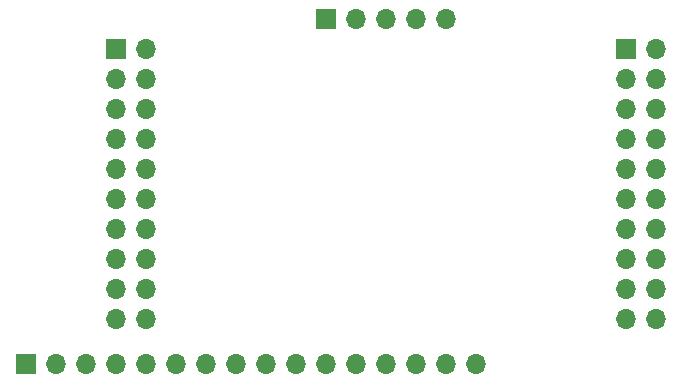
<source format=gbr>
G04 #@! TF.GenerationSoftware,KiCad,Pcbnew,5.1.10*
G04 #@! TF.CreationDate,2021-08-11T21:54:59-06:00*
G04 #@! TF.ProjectId,Speedometer-Top,53706565-646f-46d6-9574-65722d546f70,rev?*
G04 #@! TF.SameCoordinates,Original*
G04 #@! TF.FileFunction,Soldermask,Bot*
G04 #@! TF.FilePolarity,Negative*
%FSLAX46Y46*%
G04 Gerber Fmt 4.6, Leading zero omitted, Abs format (unit mm)*
G04 Created by KiCad (PCBNEW 5.1.10) date 2021-08-11 21:54:59*
%MOMM*%
%LPD*%
G01*
G04 APERTURE LIST*
%ADD10O,1.700000X1.700000*%
%ADD11R,1.700000X1.700000*%
G04 APERTURE END LIST*
D10*
G04 #@! TO.C,U2*
X53340000Y-17780000D03*
X50800000Y-17780000D03*
X48260000Y-17780000D03*
X45720000Y-17780000D03*
D11*
X43180000Y-17780000D03*
G04 #@! TD*
D10*
G04 #@! TO.C,J1*
X27940000Y-43180000D03*
X25400000Y-43180000D03*
X27940000Y-40640000D03*
X25400000Y-40640000D03*
X27940000Y-38100000D03*
X25400000Y-38100000D03*
X27940000Y-35560000D03*
X25400000Y-35560000D03*
X27940000Y-33020000D03*
X25400000Y-33020000D03*
X27940000Y-30480000D03*
X25400000Y-30480000D03*
X27940000Y-27940000D03*
X25400000Y-27940000D03*
X27940000Y-25400000D03*
X25400000Y-25400000D03*
X27940000Y-22860000D03*
X25400000Y-22860000D03*
X27940000Y-20320000D03*
D11*
X25400000Y-20320000D03*
G04 #@! TD*
D10*
G04 #@! TO.C,U1*
X55880000Y-46990000D03*
X53340000Y-46990000D03*
X50800000Y-46990000D03*
X48260000Y-46990000D03*
X45720000Y-46990000D03*
X43180000Y-46990000D03*
X40640000Y-46990000D03*
X38100000Y-46990000D03*
X35560000Y-46990000D03*
X33020000Y-46990000D03*
X30480000Y-46990000D03*
X27940000Y-46990000D03*
X25400000Y-46990000D03*
X22860000Y-46990000D03*
X20320000Y-46990000D03*
D11*
X17780000Y-46990000D03*
G04 #@! TD*
D10*
G04 #@! TO.C,J2*
X71120000Y-43180000D03*
X68580000Y-43180000D03*
X71120000Y-40640000D03*
X68580000Y-40640000D03*
X71120000Y-38100000D03*
X68580000Y-38100000D03*
X71120000Y-35560000D03*
X68580000Y-35560000D03*
X71120000Y-33020000D03*
X68580000Y-33020000D03*
X71120000Y-30480000D03*
X68580000Y-30480000D03*
X71120000Y-27940000D03*
X68580000Y-27940000D03*
X71120000Y-25400000D03*
X68580000Y-25400000D03*
X71120000Y-22860000D03*
X68580000Y-22860000D03*
X71120000Y-20320000D03*
D11*
X68580000Y-20320000D03*
G04 #@! TD*
M02*

</source>
